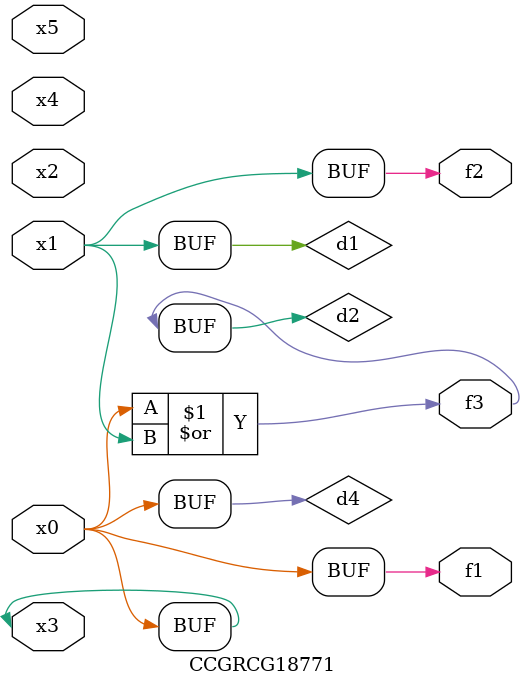
<source format=v>
module CCGRCG18771(
	input x0, x1, x2, x3, x4, x5,
	output f1, f2, f3
);

	wire d1, d2, d3, d4;

	and (d1, x1);
	or (d2, x0, x1);
	nand (d3, x0, x5);
	buf (d4, x0, x3);
	assign f1 = d4;
	assign f2 = d1;
	assign f3 = d2;
endmodule

</source>
